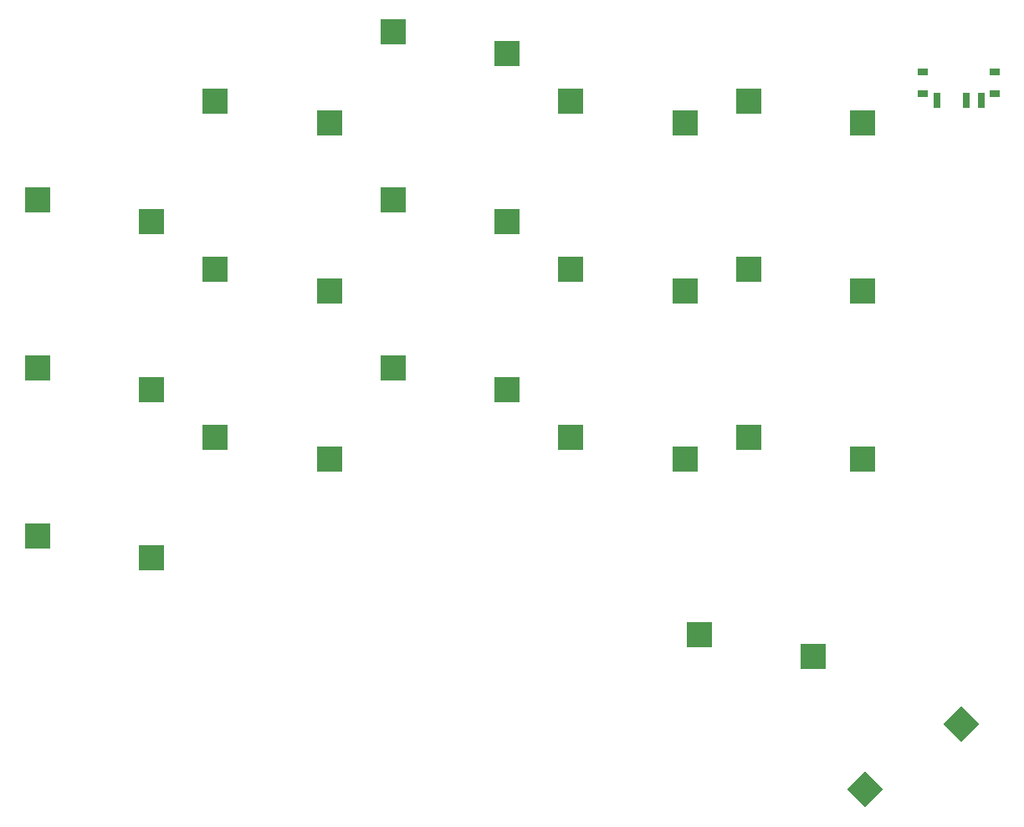
<source format=gbr>
%TF.GenerationSoftware,KiCad,Pcbnew,6.0.4*%
%TF.CreationDate,2022-04-03T20:08:53+02:00*%
%TF.ProjectId,lbd,6c62642e-6b69-4636-9164-5f7063625858,v1.0.0*%
%TF.SameCoordinates,Original*%
%TF.FileFunction,Paste,Bot*%
%TF.FilePolarity,Positive*%
%FSLAX46Y46*%
G04 Gerber Fmt 4.6, Leading zero omitted, Abs format (unit mm)*
G04 Created by KiCad (PCBNEW 6.0.4) date 2022-04-03 20:08:53*
%MOMM*%
%LPD*%
G01*
G04 APERTURE LIST*
G04 Aperture macros list*
%AMRotRect*
0 Rectangle, with rotation*
0 The origin of the aperture is its center*
0 $1 length*
0 $2 width*
0 $3 Rotation angle, in degrees counterclockwise*
0 Add horizontal line*
21,1,$1,$2,0,0,$3*%
G04 Aperture macros list end*
%ADD10R,2.600000X2.600000*%
%ADD11RotRect,2.600000X2.600000X45.000000*%
%ADD12R,1.000000X0.800000*%
%ADD13R,0.700000X1.500000*%
G04 APERTURE END LIST*
D10*
%TO.C,S13*%
X134575000Y-88900000D03*
X146125000Y-91100000D03*
%TD*%
%TO.C,S31*%
X165575000Y-115900000D03*
X177125000Y-118100000D03*
%TD*%
%TO.C,S17*%
X134575000Y-54900000D03*
X146125000Y-57100000D03*
%TD*%
D11*
%TO.C,S33*%
X182351352Y-131546357D03*
X192074070Y-124934909D03*
%TD*%
D10*
%TO.C,S3*%
X98575000Y-88900000D03*
X110125000Y-91100000D03*
%TD*%
%TO.C,S1*%
X98575000Y-105900000D03*
X110125000Y-108100000D03*
%TD*%
%TO.C,S21*%
X152575000Y-78900000D03*
X164125000Y-81100000D03*
%TD*%
%TO.C,S19*%
X152575000Y-95900000D03*
X164125000Y-98100000D03*
%TD*%
%TO.C,S29*%
X170575000Y-61900000D03*
X182125000Y-64100000D03*
%TD*%
%TO.C,S23*%
X152575000Y-61900000D03*
X164125000Y-64100000D03*
%TD*%
%TO.C,S9*%
X116575000Y-78900000D03*
X128125000Y-81100000D03*
%TD*%
%TO.C,S11*%
X116575000Y-61900000D03*
X128125000Y-64100000D03*
%TD*%
D12*
%TO.C,*%
X188200000Y-58920000D03*
X195500000Y-58920000D03*
X195500000Y-61130000D03*
X188200000Y-61130000D03*
D13*
X189600000Y-61780000D03*
X192600000Y-61780000D03*
X194100000Y-61780000D03*
%TD*%
D10*
%TO.C,S27*%
X170575000Y-78900000D03*
X182125000Y-81100000D03*
%TD*%
%TO.C,S5*%
X98575000Y-71900000D03*
X110125000Y-74100000D03*
%TD*%
%TO.C,S7*%
X116575000Y-95900000D03*
X128125000Y-98100000D03*
%TD*%
%TO.C,S25*%
X170575000Y-95900000D03*
X182125000Y-98100000D03*
%TD*%
%TO.C,S15*%
X134575000Y-71900000D03*
X146125000Y-74100000D03*
%TD*%
M02*

</source>
